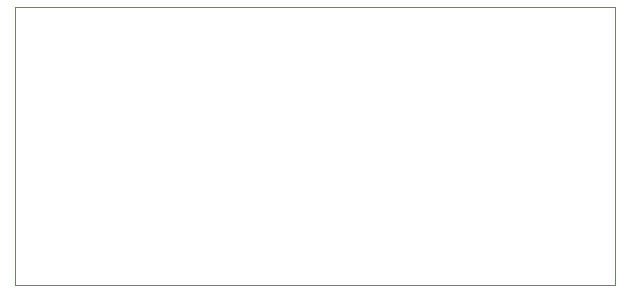
<source format=gbr>
%TF.GenerationSoftware,KiCad,Pcbnew,(5.1.9)-1*%
%TF.CreationDate,2022-02-01T09:31:05-08:00*%
%TF.ProjectId,midi_in_out_dev,6d696469-5f69-46e5-9f6f-75745f646576,1.0*%
%TF.SameCoordinates,Original*%
%TF.FileFunction,Profile,NP*%
%FSLAX46Y46*%
G04 Gerber Fmt 4.6, Leading zero omitted, Abs format (unit mm)*
G04 Created by KiCad (PCBNEW (5.1.9)-1) date 2022-02-01 09:31:05*
%MOMM*%
%LPD*%
G01*
G04 APERTURE LIST*
%TA.AperFunction,Profile*%
%ADD10C,0.050000*%
%TD*%
G04 APERTURE END LIST*
D10*
X85090000Y-22225000D02*
X34290000Y-22225000D01*
X85090000Y-45720000D02*
X85090000Y-22225000D01*
X34290000Y-45720000D02*
X85090000Y-45720000D01*
X34290000Y-22225000D02*
X34290000Y-45720000D01*
M02*

</source>
